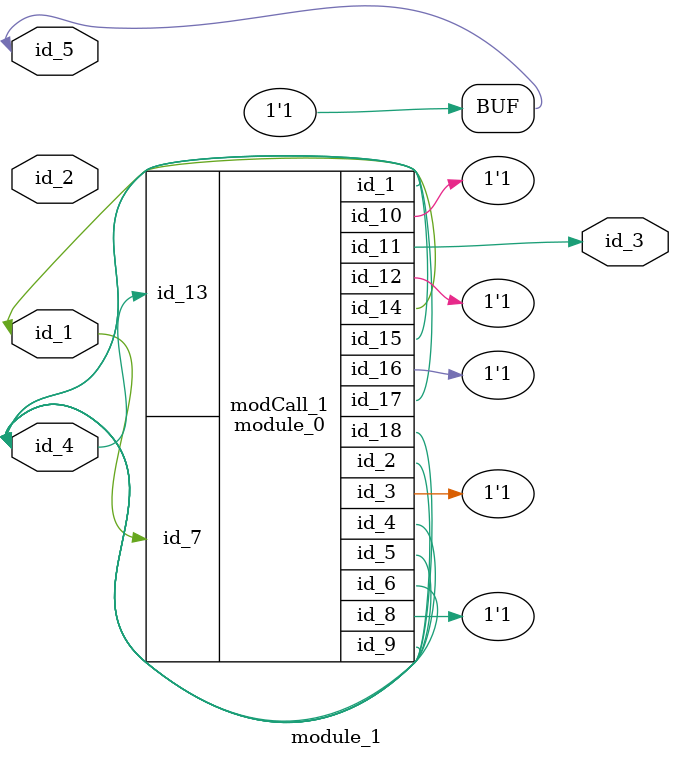
<source format=v>
module module_0 (
    id_1,
    id_2,
    id_3,
    id_4,
    id_5,
    id_6,
    id_7,
    id_8,
    id_9,
    id_10,
    id_11,
    id_12,
    id_13,
    id_14,
    id_15,
    id_16,
    id_17,
    id_18
);
  inout wire id_18;
  inout wire id_17;
  output wire id_16;
  inout wire id_15;
  inout wire id_14;
  input wire id_13;
  output wire id_12;
  output wire id_11;
  output wire id_10;
  output wire id_9;
  output wire id_8;
  input wire id_7;
  inout wire id_6;
  inout wire id_5;
  inout wire id_4;
  output wire id_3;
  output wire id_2;
  output wire id_1;
  parameter id_19 = 1;
endmodule
module module_1 (
    id_1,
    id_2,
    id_3,
    id_4,
    id_5
);
  inout wire id_5;
  inout wire id_4;
  output wire id_3;
  input wire id_2;
  inout wire id_1;
  assign id_5 = -1;
  module_0 modCall_1 (
      id_4,
      id_4,
      id_5,
      id_4,
      id_4,
      id_4,
      id_1,
      id_5,
      id_4,
      id_5,
      id_3,
      id_5,
      id_4,
      id_1,
      id_4,
      id_5,
      id_4,
      id_4
  );
endmodule

</source>
